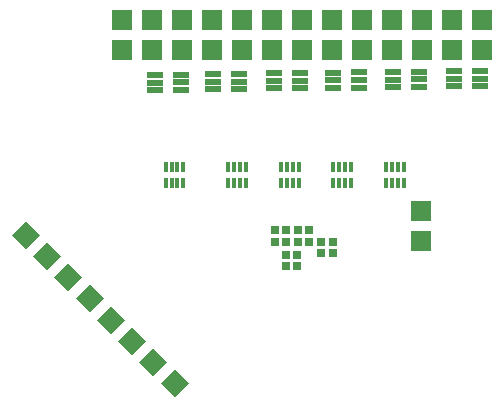
<source format=gbr>
%FSLAX25Y25*%
%MOIN*%
G04 EasyPC Gerber Version 18.0.8 Build 3632 *
%ADD25R,0.01600X0.03356*%
%ADD24R,0.03000X0.03000*%
%ADD26R,0.06600X0.06600*%
%ADD23R,0.05200X0.02400*%
%ADD22R,0.03000X0.03000*%
%AMT27*0 Rectangle Pad at angle 45*21,1,0.06600,0.06600,0,0,45*%
%ADD27T27*%
X0Y0D02*
D02*
D22*
X116550Y50009D03*
Y53809D03*
X120450Y50009D03*
Y53809D03*
X128350Y54409D03*
Y58209D03*
X132250Y54409D03*
Y58209D03*
D02*
D23*
X73050Y108709D03*
Y111209D03*
Y113709D03*
X81650Y108709D03*
Y111268D03*
Y113827D03*
X92450Y108909D03*
Y111409D03*
Y113909D03*
X101050Y108909D03*
Y111468D03*
Y114027D03*
X112650Y109309D03*
Y111809D03*
Y114309D03*
X121250Y109309D03*
Y111868D03*
Y114427D03*
X132450Y109509D03*
Y112009D03*
Y114509D03*
X141050Y109509D03*
Y112068D03*
Y114627D03*
X152450Y109709D03*
Y112209D03*
Y114709D03*
X161050Y109709D03*
Y112268D03*
Y114827D03*
X172650Y109909D03*
Y112409D03*
Y114909D03*
X181250Y109909D03*
Y112468D03*
Y115027D03*
D02*
D24*
X112950Y58209D03*
Y62109D03*
X116750Y58209D03*
Y62109D03*
X120550Y58209D03*
Y62109D03*
X124350Y58209D03*
Y62109D03*
D02*
D25*
X76544Y77809D03*
Y82927D03*
X78513Y77809D03*
Y82927D03*
X80481Y77809D03*
Y82927D03*
X82450Y77809D03*
Y82927D03*
X97444Y77809D03*
Y82927D03*
X99413Y77809D03*
Y82927D03*
X101381Y77809D03*
Y82927D03*
X103350Y77809D03*
Y82927D03*
X114944Y77809D03*
Y82927D03*
X116913Y77809D03*
Y82927D03*
X118881Y77809D03*
Y82927D03*
X120850Y77809D03*
Y82927D03*
X132444Y77809D03*
Y82927D03*
X134413Y77809D03*
Y82927D03*
X136381Y77809D03*
Y82927D03*
X138350Y77809D03*
Y82927D03*
X149944Y77809D03*
Y82927D03*
X151913Y77809D03*
Y82927D03*
X153881Y77809D03*
Y82927D03*
X155850Y77809D03*
Y82927D03*
D02*
D26*
X62150Y122109D03*
Y132109D03*
X72150Y122109D03*
Y132109D03*
X82150Y122109D03*
Y132109D03*
X92150Y122109D03*
Y132109D03*
X102150Y122109D03*
Y132109D03*
X112150Y122109D03*
Y132109D03*
X122150Y122109D03*
Y132109D03*
X132150Y122109D03*
Y132109D03*
X142150Y122109D03*
Y132109D03*
X152150Y122109D03*
Y132109D03*
X161550Y58509D03*
Y68509D03*
X162150Y122109D03*
Y132109D03*
X172150Y122109D03*
Y132109D03*
X182150Y122109D03*
Y132109D03*
D02*
D27*
X30001Y60457D03*
X37072Y53386D03*
X44143Y46315D03*
X51215Y39244D03*
X58285Y32173D03*
X65357Y25102D03*
X72428Y18031D03*
X79499Y10960D03*
X0Y0D02*
M02*

</source>
